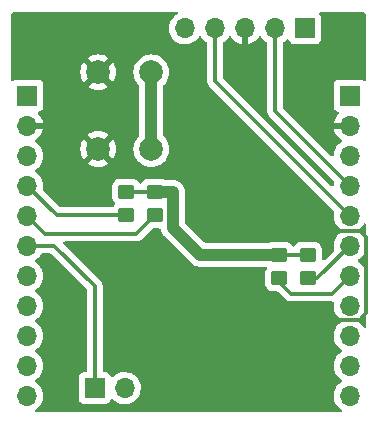
<source format=gbr>
%TF.GenerationSoftware,KiCad,Pcbnew,(6.0.0)*%
%TF.CreationDate,2022-04-08T13:22:09+02:00*%
%TF.ProjectId,STM32G030F6P6,53544d33-3247-4303-9330-463650362e6b,rev?*%
%TF.SameCoordinates,Original*%
%TF.FileFunction,Copper,L2,Bot*%
%TF.FilePolarity,Positive*%
%FSLAX46Y46*%
G04 Gerber Fmt 4.6, Leading zero omitted, Abs format (unit mm)*
G04 Created by KiCad (PCBNEW (6.0.0)) date 2022-04-08 13:22:09*
%MOMM*%
%LPD*%
G01*
G04 APERTURE LIST*
G04 Aperture macros list*
%AMRoundRect*
0 Rectangle with rounded corners*
0 $1 Rounding radius*
0 $2 $3 $4 $5 $6 $7 $8 $9 X,Y pos of 4 corners*
0 Add a 4 corners polygon primitive as box body*
4,1,4,$2,$3,$4,$5,$6,$7,$8,$9,$2,$3,0*
0 Add four circle primitives for the rounded corners*
1,1,$1+$1,$2,$3*
1,1,$1+$1,$4,$5*
1,1,$1+$1,$6,$7*
1,1,$1+$1,$8,$9*
0 Add four rect primitives between the rounded corners*
20,1,$1+$1,$2,$3,$4,$5,0*
20,1,$1+$1,$4,$5,$6,$7,0*
20,1,$1+$1,$6,$7,$8,$9,0*
20,1,$1+$1,$8,$9,$2,$3,0*%
G04 Aperture macros list end*
%TA.AperFunction,ComponentPad*%
%ADD10R,1.700000X1.700000*%
%TD*%
%TA.AperFunction,ComponentPad*%
%ADD11O,1.700000X1.700000*%
%TD*%
%TA.AperFunction,ComponentPad*%
%ADD12C,2.000000*%
%TD*%
%TA.AperFunction,SMDPad,CuDef*%
%ADD13RoundRect,0.250000X-0.450000X0.350000X-0.450000X-0.350000X0.450000X-0.350000X0.450000X0.350000X0*%
%TD*%
%TA.AperFunction,ViaPad*%
%ADD14C,0.800000*%
%TD*%
%TA.AperFunction,ViaPad*%
%ADD15C,4.000000*%
%TD*%
%TA.AperFunction,Conductor*%
%ADD16C,0.300000*%
%TD*%
%TA.AperFunction,Conductor*%
%ADD17C,1.000000*%
%TD*%
G04 APERTURE END LIST*
D10*
%TO.P,JP1,1,A*%
%TO.N,PC15*%
X119380000Y-118110000D03*
D11*
%TO.P,JP1,2,B*%
%TO.N,Net-(D2-Pad2)*%
X121920000Y-118110000D03*
%TD*%
D12*
%TO.P,SW1,1,1*%
%TO.N,GND*%
X119670000Y-97865000D03*
X119670000Y-91365000D03*
%TO.P,SW1,2,2*%
%TO.N,NRST*%
X124170000Y-97865000D03*
X124170000Y-91365000D03*
%TD*%
D11*
%TO.P,J1,5,Pin_5*%
%TO.N,NRST*%
X127025000Y-87655000D03*
%TO.P,J1,4,Pin_4*%
%TO.N,PA13{slash}SWDIO*%
X129565000Y-87655000D03*
%TO.P,J1,3,Pin_3*%
%TO.N,GND*%
X132105000Y-87655000D03*
%TO.P,J1,2,Pin_2*%
%TO.N,PA14{slash}SWCLK*%
X134645000Y-87655000D03*
D10*
%TO.P,J1,1,Pin_1*%
%TO.N,+3V3*%
X137185000Y-87655000D03*
%TD*%
D13*
%TO.P,R3,1*%
%TO.N,+3V3*%
X135001000Y-106807000D03*
%TO.P,R3,2*%
%TO.N,PA11*%
X135001000Y-108807000D03*
%TD*%
%TO.P,R6,1*%
%TO.N,+3V3*%
X124460000Y-101473000D03*
%TO.P,R6,2*%
%TO.N,PC14*%
X124460000Y-103473000D03*
%TD*%
%TO.P,R4,1*%
%TO.N,+3V3*%
X137414000Y-106807000D03*
%TO.P,R4,2*%
%TO.N,PA12*%
X137414000Y-108807000D03*
%TD*%
D10*
%TO.P,J2,1,Pin_1*%
%TO.N,VDD*%
X113665000Y-93345000D03*
D11*
%TO.P,J2,2,Pin_2*%
%TO.N,GND*%
X113665000Y-95885000D03*
%TO.P,J2,3,Pin_3*%
%TO.N,NRST*%
X113665000Y-98425000D03*
%TO.P,J2,4,Pin_4*%
%TO.N,PB7*%
X113665000Y-100965000D03*
%TO.P,J2,5,Pin_5*%
%TO.N,PC14*%
X113665000Y-103505000D03*
%TO.P,J2,6,Pin_6*%
%TO.N,PC15*%
X113665000Y-106045000D03*
%TO.P,J2,7,Pin_7*%
%TO.N,PA0*%
X113665000Y-108585000D03*
%TO.P,J2,8,Pin_8*%
%TO.N,PA1*%
X113665000Y-111125000D03*
%TO.P,J2,9,Pin_9*%
%TO.N,PA2*%
X113665000Y-113665000D03*
%TO.P,J2,10,Pin_10*%
%TO.N,PA3*%
X113665000Y-116205000D03*
%TO.P,J2,11,Pin_11*%
%TO.N,PA4*%
X113665000Y-118745000D03*
%TD*%
D13*
%TO.P,R5,1*%
%TO.N,+3V3*%
X122047000Y-101473000D03*
%TO.P,R5,2*%
%TO.N,PB7*%
X122047000Y-103473000D03*
%TD*%
D10*
%TO.P,J3,1,Pin_1*%
%TO.N,VIN*%
X140970000Y-93345000D03*
D11*
%TO.P,J3,2,Pin_2*%
%TO.N,GND*%
X140970000Y-95885000D03*
%TO.P,J3,3,Pin_3*%
%TO.N,PB3*%
X140970000Y-98425000D03*
%TO.P,J3,4,Pin_4*%
%TO.N,PA14{slash}SWCLK*%
X140970000Y-100965000D03*
%TO.P,J3,5,Pin_5*%
%TO.N,PA13{slash}SWDIO*%
X140970000Y-103505000D03*
%TO.P,J3,6,Pin_6*%
%TO.N,PA12*%
X140970000Y-106045000D03*
%TO.P,J3,7,Pin_7*%
%TO.N,PA11*%
X140970000Y-108585000D03*
%TO.P,J3,8,Pin_8*%
%TO.N,PB0*%
X140970000Y-111125000D03*
%TO.P,J3,9,Pin_9*%
%TO.N,PA7*%
X140970000Y-113665000D03*
%TO.P,J3,10,Pin_10*%
%TO.N,PA6*%
X140970000Y-116205000D03*
%TO.P,J3,11,Pin_11*%
%TO.N,PA5*%
X140970000Y-118745000D03*
%TD*%
D14*
%TO.N,GND*%
X138232511Y-112324511D03*
X138938000Y-104267000D03*
D15*
X135128000Y-117856000D03*
X115443000Y-88773000D03*
D14*
X124206000Y-115316000D03*
X136271000Y-100965000D03*
X127783500Y-92307500D03*
%TO.N,+3V3*%
X125984000Y-101473000D03*
%TD*%
D16*
%TO.N,GND*%
X141802489Y-112324511D02*
X138232511Y-112324511D01*
X142367000Y-106807000D02*
X142367000Y-111760000D01*
X142367000Y-111760000D02*
X141802489Y-112324511D01*
X142367000Y-105283000D02*
X142367000Y-106807000D01*
X141859000Y-104775000D02*
X142367000Y-105283000D01*
X139446000Y-104775000D02*
X141859000Y-104775000D01*
X138938000Y-104267000D02*
X139446000Y-104775000D01*
D17*
%TO.N,NRST*%
X124170000Y-91365000D02*
X124170000Y-97865000D01*
%TO.N,+3V3*%
X128270000Y-106807000D02*
X135001000Y-106807000D01*
D16*
X137414000Y-106807000D02*
X135001000Y-106807000D01*
D17*
X124460000Y-101473000D02*
X125984000Y-101473000D01*
D16*
X122047000Y-101473000D02*
X124460000Y-101473000D01*
D17*
X125984000Y-104521000D02*
X128270000Y-106807000D01*
X125984000Y-101473000D02*
X125984000Y-104521000D01*
D16*
%TO.N,PA14{slash}SWCLK*%
X134645000Y-87655000D02*
X134645000Y-94640000D01*
X134645000Y-94640000D02*
X140970000Y-100965000D01*
%TO.N,PA13{slash}SWDIO*%
X129565000Y-87655000D02*
X129565000Y-92100000D01*
X129565000Y-92100000D02*
X140970000Y-103505000D01*
%TO.N,PB7*%
X122047000Y-103473000D02*
X116173000Y-103473000D01*
X116173000Y-103473000D02*
X113665000Y-100965000D01*
%TO.N,PC14*%
X115189000Y-105029000D02*
X122904000Y-105029000D01*
X113665000Y-103505000D02*
X115189000Y-105029000D01*
X122904000Y-105029000D02*
X124460000Y-103473000D01*
%TO.N,PC15*%
X119380000Y-118110000D02*
X119380000Y-109474000D01*
X119380000Y-109474000D02*
X115951000Y-106045000D01*
X115951000Y-106045000D02*
X113665000Y-106045000D01*
%TO.N,PA12*%
X138208000Y-108807000D02*
X140970000Y-106045000D01*
X137414000Y-108807000D02*
X138208000Y-108807000D01*
%TO.N,PA11*%
X136017000Y-110109000D02*
X139446000Y-110109000D01*
X135001000Y-108807000D02*
X135001000Y-109093000D01*
X139446000Y-110109000D02*
X140970000Y-108585000D01*
X135001000Y-109093000D02*
X136017000Y-110109000D01*
%TD*%
%TA.AperFunction,Conductor*%
%TO.N,GND*%
G36*
X124929560Y-104601502D02*
G01*
X124976053Y-104655158D01*
X124986960Y-104696520D01*
X124987376Y-104701281D01*
X124987377Y-104701286D01*
X124987913Y-104707413D01*
X124989400Y-104712532D01*
X124989920Y-104717833D01*
X125016791Y-104806834D01*
X125017126Y-104807967D01*
X125039515Y-104885027D01*
X125043091Y-104897336D01*
X125045544Y-104902068D01*
X125047084Y-104907169D01*
X125049978Y-104912612D01*
X125090731Y-104989260D01*
X125091343Y-104990426D01*
X125121214Y-105048051D01*
X125134108Y-105072926D01*
X125137431Y-105077089D01*
X125139934Y-105081796D01*
X125198755Y-105153918D01*
X125199446Y-105154774D01*
X125230738Y-105193973D01*
X125233242Y-105196477D01*
X125233884Y-105197195D01*
X125237585Y-105201528D01*
X125264935Y-105235062D01*
X125269682Y-105238989D01*
X125269684Y-105238991D01*
X125300262Y-105264287D01*
X125309042Y-105272277D01*
X127513145Y-107476379D01*
X127522247Y-107486522D01*
X127545968Y-107516025D01*
X127550696Y-107519992D01*
X127584421Y-107548291D01*
X127588069Y-107551472D01*
X127589881Y-107553115D01*
X127592075Y-107555309D01*
X127625349Y-107582642D01*
X127626147Y-107583304D01*
X127697474Y-107643154D01*
X127702144Y-107645722D01*
X127706261Y-107649103D01*
X127764145Y-107680140D01*
X127788086Y-107692977D01*
X127789245Y-107693606D01*
X127865381Y-107735462D01*
X127865389Y-107735465D01*
X127870787Y-107738433D01*
X127875869Y-107740045D01*
X127880563Y-107742562D01*
X127969531Y-107769762D01*
X127970559Y-107770082D01*
X128059306Y-107798235D01*
X128064602Y-107798829D01*
X128069698Y-107800387D01*
X128162257Y-107809790D01*
X128163393Y-107809911D01*
X128197008Y-107813681D01*
X128209730Y-107815108D01*
X128209734Y-107815108D01*
X128213227Y-107815500D01*
X128216754Y-107815500D01*
X128217739Y-107815555D01*
X128223419Y-107816002D01*
X128252825Y-107818989D01*
X128260337Y-107819752D01*
X128260339Y-107819752D01*
X128266462Y-107820374D01*
X128312108Y-107816059D01*
X128323967Y-107815500D01*
X133829691Y-107815500D01*
X133897812Y-107835502D01*
X133944305Y-107889158D01*
X133954409Y-107959432D01*
X133936951Y-108007616D01*
X133872492Y-108112188D01*
X133858885Y-108134262D01*
X133803203Y-108302139D01*
X133802503Y-108308975D01*
X133802502Y-108308978D01*
X133800392Y-108329570D01*
X133792500Y-108406600D01*
X133792500Y-109207400D01*
X133792837Y-109210646D01*
X133792837Y-109210650D01*
X133802271Y-109301567D01*
X133803474Y-109313166D01*
X133805655Y-109319702D01*
X133805655Y-109319704D01*
X133822492Y-109370169D01*
X133859450Y-109480946D01*
X133952522Y-109631348D01*
X134077697Y-109756305D01*
X134083927Y-109760145D01*
X134083928Y-109760146D01*
X134171844Y-109814338D01*
X134228262Y-109849115D01*
X134286275Y-109868357D01*
X134389611Y-109902632D01*
X134389613Y-109902632D01*
X134396139Y-109904797D01*
X134402975Y-109905497D01*
X134402978Y-109905498D01*
X134446031Y-109909909D01*
X134500600Y-109915500D01*
X134840050Y-109915500D01*
X134908171Y-109935502D01*
X134929145Y-109952405D01*
X135493345Y-110516605D01*
X135501335Y-110525385D01*
X135505584Y-110532080D01*
X135511362Y-110537506D01*
X135511363Y-110537507D01*
X135557257Y-110580604D01*
X135560099Y-110583359D01*
X135580667Y-110603927D01*
X135584170Y-110606644D01*
X135593195Y-110614352D01*
X135626867Y-110645972D01*
X135633818Y-110649793D01*
X135633819Y-110649794D01*
X135645658Y-110656303D01*
X135662182Y-110667157D01*
X135672271Y-110674982D01*
X135679132Y-110680304D01*
X135686404Y-110683451D01*
X135686406Y-110683452D01*
X135721535Y-110698654D01*
X135732196Y-110703876D01*
X135772663Y-110726124D01*
X135793441Y-110731459D01*
X135812131Y-110737858D01*
X135831824Y-110746380D01*
X135866563Y-110751882D01*
X135877448Y-110753606D01*
X135889071Y-110756013D01*
X135917072Y-110763202D01*
X135933812Y-110767500D01*
X135955259Y-110767500D01*
X135974969Y-110769051D01*
X135996152Y-110772406D01*
X136042141Y-110768059D01*
X136053996Y-110767500D01*
X139363944Y-110767500D01*
X139375800Y-110768059D01*
X139375803Y-110768059D01*
X139383537Y-110769788D01*
X139454369Y-110767562D01*
X139458327Y-110767500D01*
X139487432Y-110767500D01*
X139491361Y-110767004D01*
X139493895Y-110766844D01*
X139563138Y-110782527D01*
X139612909Y-110833156D01*
X139627097Y-110905984D01*
X139626933Y-110907522D01*
X139607251Y-111091695D01*
X139607548Y-111096848D01*
X139607548Y-111096851D01*
X139613011Y-111191590D01*
X139620110Y-111314715D01*
X139621247Y-111319761D01*
X139621248Y-111319767D01*
X139641119Y-111407939D01*
X139669222Y-111532639D01*
X139753266Y-111739616D01*
X139791828Y-111802543D01*
X139867291Y-111925688D01*
X139869987Y-111930088D01*
X140016250Y-112098938D01*
X140188126Y-112241632D01*
X140258595Y-112282811D01*
X140261445Y-112284476D01*
X140310169Y-112336114D01*
X140323240Y-112405897D01*
X140296509Y-112471669D01*
X140256055Y-112505027D01*
X140243607Y-112511507D01*
X140239474Y-112514610D01*
X140239471Y-112514612D01*
X140215247Y-112532800D01*
X140064965Y-112645635D01*
X139910629Y-112807138D01*
X139784743Y-112991680D01*
X139690688Y-113194305D01*
X139630989Y-113409570D01*
X139607251Y-113631695D01*
X139607548Y-113636848D01*
X139607548Y-113636851D01*
X139613011Y-113731590D01*
X139620110Y-113854715D01*
X139621247Y-113859761D01*
X139621248Y-113859767D01*
X139641119Y-113947939D01*
X139669222Y-114072639D01*
X139753266Y-114279616D01*
X139791828Y-114342543D01*
X139867291Y-114465688D01*
X139869987Y-114470088D01*
X140016250Y-114638938D01*
X140188126Y-114781632D01*
X140258595Y-114822811D01*
X140261445Y-114824476D01*
X140310169Y-114876114D01*
X140323240Y-114945897D01*
X140296509Y-115011669D01*
X140256055Y-115045027D01*
X140243607Y-115051507D01*
X140239474Y-115054610D01*
X140239471Y-115054612D01*
X140215247Y-115072800D01*
X140064965Y-115185635D01*
X139910629Y-115347138D01*
X139784743Y-115531680D01*
X139690688Y-115734305D01*
X139630989Y-115949570D01*
X139607251Y-116171695D01*
X139607548Y-116176848D01*
X139607548Y-116176851D01*
X139613011Y-116271590D01*
X139620110Y-116394715D01*
X139621247Y-116399761D01*
X139621248Y-116399767D01*
X139641119Y-116487939D01*
X139669222Y-116612639D01*
X139707461Y-116706811D01*
X139751299Y-116814771D01*
X139753266Y-116819616D01*
X139791828Y-116882543D01*
X139867291Y-117005688D01*
X139869987Y-117010088D01*
X140016250Y-117178938D01*
X140188126Y-117321632D01*
X140258595Y-117362811D01*
X140261445Y-117364476D01*
X140310169Y-117416114D01*
X140323240Y-117485897D01*
X140296509Y-117551669D01*
X140256055Y-117585027D01*
X140243607Y-117591507D01*
X140239474Y-117594610D01*
X140239471Y-117594612D01*
X140069100Y-117722530D01*
X140064965Y-117725635D01*
X139910629Y-117887138D01*
X139784743Y-118071680D01*
X139690688Y-118274305D01*
X139630989Y-118489570D01*
X139607251Y-118711695D01*
X139607548Y-118716848D01*
X139607548Y-118716851D01*
X139613011Y-118811590D01*
X139620110Y-118934715D01*
X139621247Y-118939761D01*
X139621248Y-118939767D01*
X139641119Y-119027939D01*
X139669222Y-119152639D01*
X139753266Y-119359616D01*
X139788544Y-119417185D01*
X139867291Y-119545688D01*
X139869987Y-119550088D01*
X140016250Y-119718938D01*
X140188126Y-119861632D01*
X140249744Y-119897639D01*
X140266127Y-119907212D01*
X140314851Y-119958851D01*
X140327922Y-120028634D01*
X140301191Y-120094405D01*
X140243144Y-120135284D01*
X140202557Y-120142000D01*
X114439632Y-120142000D01*
X114371511Y-120121998D01*
X114325018Y-120068342D01*
X114314914Y-119998068D01*
X114344408Y-119933488D01*
X114366464Y-119913421D01*
X114420418Y-119874936D01*
X114544860Y-119786173D01*
X114558473Y-119772608D01*
X114699435Y-119632137D01*
X114703096Y-119628489D01*
X114762594Y-119545689D01*
X114830435Y-119451277D01*
X114833453Y-119447077D01*
X114845579Y-119422543D01*
X114930136Y-119251453D01*
X114930137Y-119251451D01*
X114932430Y-119246811D01*
X114983102Y-119080032D01*
X114995865Y-119038023D01*
X114995865Y-119038021D01*
X114997370Y-119033069D01*
X115026529Y-118811590D01*
X115026611Y-118808240D01*
X115028074Y-118748365D01*
X115028074Y-118748361D01*
X115028156Y-118745000D01*
X115009852Y-118522361D01*
X114955431Y-118305702D01*
X114866354Y-118100840D01*
X114745014Y-117913277D01*
X114594670Y-117748051D01*
X114590619Y-117744852D01*
X114590615Y-117744848D01*
X114423414Y-117612800D01*
X114423410Y-117612798D01*
X114419359Y-117609598D01*
X114378053Y-117586796D01*
X114328084Y-117536364D01*
X114313312Y-117466921D01*
X114338428Y-117400516D01*
X114365780Y-117373909D01*
X114409603Y-117342650D01*
X114544860Y-117246173D01*
X114703096Y-117088489D01*
X114762594Y-117005689D01*
X114830435Y-116911277D01*
X114833453Y-116907077D01*
X114838563Y-116896739D01*
X114930136Y-116711453D01*
X114930137Y-116711451D01*
X114932430Y-116706811D01*
X114997370Y-116493069D01*
X115026529Y-116271590D01*
X115028156Y-116205000D01*
X115009852Y-115982361D01*
X114955431Y-115765702D01*
X114866354Y-115560840D01*
X114745014Y-115373277D01*
X114594670Y-115208051D01*
X114590619Y-115204852D01*
X114590615Y-115204848D01*
X114423414Y-115072800D01*
X114423410Y-115072798D01*
X114419359Y-115069598D01*
X114378053Y-115046796D01*
X114328084Y-114996364D01*
X114313312Y-114926921D01*
X114338428Y-114860516D01*
X114365780Y-114833909D01*
X114409603Y-114802650D01*
X114544860Y-114706173D01*
X114703096Y-114548489D01*
X114762594Y-114465689D01*
X114830435Y-114371277D01*
X114833453Y-114367077D01*
X114845579Y-114342543D01*
X114930136Y-114171453D01*
X114930137Y-114171451D01*
X114932430Y-114166811D01*
X114997370Y-113953069D01*
X115026529Y-113731590D01*
X115028156Y-113665000D01*
X115009852Y-113442361D01*
X114955431Y-113225702D01*
X114866354Y-113020840D01*
X114745014Y-112833277D01*
X114594670Y-112668051D01*
X114590619Y-112664852D01*
X114590615Y-112664848D01*
X114423414Y-112532800D01*
X114423410Y-112532798D01*
X114419359Y-112529598D01*
X114378053Y-112506796D01*
X114328084Y-112456364D01*
X114313312Y-112386921D01*
X114338428Y-112320516D01*
X114365780Y-112293909D01*
X114409603Y-112262650D01*
X114544860Y-112166173D01*
X114703096Y-112008489D01*
X114762594Y-111925689D01*
X114830435Y-111831277D01*
X114833453Y-111827077D01*
X114845579Y-111802543D01*
X114930136Y-111631453D01*
X114930137Y-111631451D01*
X114932430Y-111626811D01*
X114997370Y-111413069D01*
X115026529Y-111191590D01*
X115028156Y-111125000D01*
X115009852Y-110902361D01*
X114955431Y-110685702D01*
X114866354Y-110480840D01*
X114745014Y-110293277D01*
X114594670Y-110128051D01*
X114590619Y-110124852D01*
X114590615Y-110124848D01*
X114423414Y-109992800D01*
X114423410Y-109992798D01*
X114419359Y-109989598D01*
X114378053Y-109966796D01*
X114328084Y-109916364D01*
X114313312Y-109846921D01*
X114338428Y-109780516D01*
X114365780Y-109753909D01*
X114427543Y-109709854D01*
X114544860Y-109626173D01*
X114703096Y-109468489D01*
X114706568Y-109463658D01*
X114830435Y-109291277D01*
X114833453Y-109287077D01*
X114845579Y-109262543D01*
X114930136Y-109091453D01*
X114930137Y-109091451D01*
X114932430Y-109086811D01*
X114997370Y-108873069D01*
X115026529Y-108651590D01*
X115028156Y-108585000D01*
X115009852Y-108362361D01*
X114955431Y-108145702D01*
X114866354Y-107940840D01*
X114785594Y-107816004D01*
X114747822Y-107757617D01*
X114747820Y-107757614D01*
X114745014Y-107753277D01*
X114594670Y-107588051D01*
X114590619Y-107584852D01*
X114590615Y-107584848D01*
X114423414Y-107452800D01*
X114423410Y-107452798D01*
X114419359Y-107449598D01*
X114378053Y-107426796D01*
X114328084Y-107376364D01*
X114313312Y-107306921D01*
X114338428Y-107240516D01*
X114365780Y-107213909D01*
X114432891Y-107166039D01*
X114544860Y-107086173D01*
X114703096Y-106928489D01*
X114827060Y-106755974D01*
X114883055Y-106712326D01*
X114929383Y-106703500D01*
X115626050Y-106703500D01*
X115694171Y-106723502D01*
X115715145Y-106740405D01*
X118684595Y-109709854D01*
X118718621Y-109772166D01*
X118721500Y-109798949D01*
X118721500Y-116625500D01*
X118701498Y-116693621D01*
X118647842Y-116740114D01*
X118595500Y-116751500D01*
X118481866Y-116751500D01*
X118419684Y-116758255D01*
X118283295Y-116809385D01*
X118166739Y-116896739D01*
X118079385Y-117013295D01*
X118028255Y-117149684D01*
X118021500Y-117211866D01*
X118021500Y-119008134D01*
X118028255Y-119070316D01*
X118079385Y-119206705D01*
X118166739Y-119323261D01*
X118283295Y-119410615D01*
X118419684Y-119461745D01*
X118481866Y-119468500D01*
X120278134Y-119468500D01*
X120340316Y-119461745D01*
X120476705Y-119410615D01*
X120593261Y-119323261D01*
X120680615Y-119206705D01*
X120700309Y-119154171D01*
X120724598Y-119089382D01*
X120767240Y-119032618D01*
X120833802Y-119007918D01*
X120903150Y-119023126D01*
X120937817Y-119051114D01*
X120966250Y-119083938D01*
X121138126Y-119226632D01*
X121331000Y-119339338D01*
X121335825Y-119341180D01*
X121335826Y-119341181D01*
X121408612Y-119368975D01*
X121539692Y-119419030D01*
X121544760Y-119420061D01*
X121544763Y-119420062D01*
X121652017Y-119441883D01*
X121758597Y-119463567D01*
X121763772Y-119463757D01*
X121763774Y-119463757D01*
X121976673Y-119471564D01*
X121976677Y-119471564D01*
X121981837Y-119471753D01*
X121986957Y-119471097D01*
X121986959Y-119471097D01*
X122198288Y-119444025D01*
X122198289Y-119444025D01*
X122203416Y-119443368D01*
X122272829Y-119422543D01*
X122412429Y-119380661D01*
X122412434Y-119380659D01*
X122417384Y-119379174D01*
X122617994Y-119280896D01*
X122799860Y-119151173D01*
X122958096Y-118993489D01*
X123088453Y-118812077D01*
X123121605Y-118745000D01*
X123185136Y-118616453D01*
X123185137Y-118616451D01*
X123187430Y-118611811D01*
X123252370Y-118398069D01*
X123281529Y-118176590D01*
X123283156Y-118110000D01*
X123264852Y-117887361D01*
X123210431Y-117670702D01*
X123121354Y-117465840D01*
X123000014Y-117278277D01*
X122849670Y-117113051D01*
X122845619Y-117109852D01*
X122845615Y-117109848D01*
X122678414Y-116977800D01*
X122678410Y-116977798D01*
X122674359Y-116974598D01*
X122478789Y-116866638D01*
X122473920Y-116864914D01*
X122473916Y-116864912D01*
X122273087Y-116793795D01*
X122273083Y-116793794D01*
X122268212Y-116792069D01*
X122263119Y-116791162D01*
X122263116Y-116791161D01*
X122053373Y-116753800D01*
X122053367Y-116753799D01*
X122048284Y-116752894D01*
X121974452Y-116751992D01*
X121830081Y-116750228D01*
X121830079Y-116750228D01*
X121824911Y-116750165D01*
X121604091Y-116783955D01*
X121391756Y-116853357D01*
X121365051Y-116867259D01*
X121223252Y-116941075D01*
X121193607Y-116956507D01*
X121189474Y-116959610D01*
X121189471Y-116959612D01*
X121023413Y-117084292D01*
X121014965Y-117090635D01*
X120934315Y-117175031D01*
X120934283Y-117175064D01*
X120872759Y-117210494D01*
X120801846Y-117207037D01*
X120744060Y-117165791D01*
X120725207Y-117132243D01*
X120683767Y-117021703D01*
X120680615Y-117013295D01*
X120593261Y-116896739D01*
X120476705Y-116809385D01*
X120340316Y-116758255D01*
X120278134Y-116751500D01*
X120164500Y-116751500D01*
X120096379Y-116731498D01*
X120049886Y-116677842D01*
X120038500Y-116625500D01*
X120038500Y-109556056D01*
X120039059Y-109544200D01*
X120039059Y-109544197D01*
X120040788Y-109536463D01*
X120038562Y-109465631D01*
X120038500Y-109461673D01*
X120038500Y-109432568D01*
X120037944Y-109428168D01*
X120037012Y-109416330D01*
X120035811Y-109378094D01*
X120035562Y-109370169D01*
X120029580Y-109349579D01*
X120025570Y-109330216D01*
X120023875Y-109316796D01*
X120023875Y-109316795D01*
X120022882Y-109308936D01*
X120019966Y-109301571D01*
X120019965Y-109301567D01*
X120005874Y-109265979D01*
X120002035Y-109254769D01*
X119989145Y-109210400D01*
X119978229Y-109191943D01*
X119969534Y-109174193D01*
X119961635Y-109154244D01*
X119934477Y-109116864D01*
X119927960Y-109106943D01*
X119913124Y-109081857D01*
X119904452Y-109067193D01*
X119889291Y-109052032D01*
X119876449Y-109036997D01*
X119863841Y-109019643D01*
X119828241Y-108990192D01*
X119819462Y-108982203D01*
X116739855Y-105902595D01*
X116705829Y-105840283D01*
X116710894Y-105769467D01*
X116753441Y-105712632D01*
X116819961Y-105687821D01*
X116828950Y-105687500D01*
X122821944Y-105687500D01*
X122833800Y-105688059D01*
X122833803Y-105688059D01*
X122841537Y-105689788D01*
X122912369Y-105687562D01*
X122916327Y-105687500D01*
X122945432Y-105687500D01*
X122949832Y-105686944D01*
X122961664Y-105686012D01*
X123007831Y-105684562D01*
X123028421Y-105678580D01*
X123047782Y-105674570D01*
X123054770Y-105673688D01*
X123061204Y-105672875D01*
X123061205Y-105672875D01*
X123069064Y-105671882D01*
X123076429Y-105668966D01*
X123076433Y-105668965D01*
X123112021Y-105654874D01*
X123123231Y-105651035D01*
X123167600Y-105638145D01*
X123186065Y-105627225D01*
X123203805Y-105618534D01*
X123223756Y-105610635D01*
X123261129Y-105583482D01*
X123271048Y-105576967D01*
X123303977Y-105557493D01*
X123303981Y-105557490D01*
X123310807Y-105553453D01*
X123325971Y-105538289D01*
X123341005Y-105525448D01*
X123351943Y-105517501D01*
X123358357Y-105512841D01*
X123387798Y-105477253D01*
X123395787Y-105468473D01*
X123819412Y-105044848D01*
X124245854Y-104618405D01*
X124308167Y-104584380D01*
X124334950Y-104581500D01*
X124861439Y-104581500D01*
X124929560Y-104601502D01*
G37*
%TD.AperFunction*%
%TA.AperFunction,Conductor*%
G36*
X142320581Y-111802543D02*
G01*
X142360762Y-111861075D01*
X142367000Y-111900230D01*
X142367000Y-112896527D01*
X142346998Y-112964648D01*
X142293342Y-113011141D01*
X142223068Y-113021245D01*
X142158488Y-112991751D01*
X142135208Y-112964967D01*
X142052822Y-112837617D01*
X142052820Y-112837614D01*
X142050014Y-112833277D01*
X141899670Y-112668051D01*
X141895619Y-112664852D01*
X141895615Y-112664848D01*
X141728414Y-112532800D01*
X141728410Y-112532798D01*
X141724359Y-112529598D01*
X141683053Y-112506796D01*
X141633084Y-112456364D01*
X141618312Y-112386921D01*
X141643428Y-112320516D01*
X141670780Y-112293909D01*
X141714603Y-112262650D01*
X141849860Y-112166173D01*
X142008096Y-112008489D01*
X142067594Y-111925689D01*
X142138453Y-111827077D01*
X142140431Y-111828498D01*
X142185200Y-111787259D01*
X142255134Y-111775025D01*
X142320581Y-111802543D01*
G37*
%TD.AperFunction*%
%TA.AperFunction,Conductor*%
G36*
X142320581Y-106722543D02*
G01*
X142360762Y-106781075D01*
X142367000Y-106820230D01*
X142367000Y-107816527D01*
X142346998Y-107884648D01*
X142293342Y-107931141D01*
X142223068Y-107941245D01*
X142158488Y-107911751D01*
X142135208Y-107884967D01*
X142052822Y-107757617D01*
X142052820Y-107757614D01*
X142050014Y-107753277D01*
X141899670Y-107588051D01*
X141895619Y-107584852D01*
X141895615Y-107584848D01*
X141728414Y-107452800D01*
X141728410Y-107452798D01*
X141724359Y-107449598D01*
X141683053Y-107426796D01*
X141633084Y-107376364D01*
X141618312Y-107306921D01*
X141643428Y-107240516D01*
X141670780Y-107213909D01*
X141737891Y-107166039D01*
X141849860Y-107086173D01*
X142008096Y-106928489D01*
X142138453Y-106747077D01*
X142140431Y-106748498D01*
X142185200Y-106707259D01*
X142255134Y-106695025D01*
X142320581Y-106722543D01*
G37*
%TD.AperFunction*%
%TA.AperFunction,Conductor*%
G36*
X126367607Y-86253002D02*
G01*
X126414100Y-86306658D01*
X126424204Y-86376932D01*
X126394710Y-86441512D01*
X126357667Y-86470762D01*
X126298607Y-86501507D01*
X126294474Y-86504610D01*
X126294471Y-86504612D01*
X126125692Y-86631335D01*
X126119965Y-86635635D01*
X126094541Y-86662240D01*
X126026280Y-86733671D01*
X125965629Y-86797138D01*
X125839743Y-86981680D01*
X125745688Y-87184305D01*
X125685989Y-87399570D01*
X125662251Y-87621695D01*
X125675110Y-87844715D01*
X125676247Y-87849761D01*
X125676248Y-87849767D01*
X125697275Y-87943069D01*
X125724222Y-88062639D01*
X125808266Y-88269616D01*
X125845685Y-88330678D01*
X125922291Y-88455688D01*
X125924987Y-88460088D01*
X126071250Y-88628938D01*
X126243126Y-88771632D01*
X126436000Y-88884338D01*
X126644692Y-88964030D01*
X126649760Y-88965061D01*
X126649763Y-88965062D01*
X126744862Y-88984410D01*
X126863597Y-89008567D01*
X126868772Y-89008757D01*
X126868774Y-89008757D01*
X127081673Y-89016564D01*
X127081677Y-89016564D01*
X127086837Y-89016753D01*
X127091957Y-89016097D01*
X127091959Y-89016097D01*
X127303288Y-88989025D01*
X127303289Y-88989025D01*
X127308416Y-88988368D01*
X127313366Y-88986883D01*
X127517429Y-88925661D01*
X127517434Y-88925659D01*
X127522384Y-88924174D01*
X127722994Y-88825896D01*
X127904860Y-88696173D01*
X128063096Y-88538489D01*
X128122594Y-88455689D01*
X128193453Y-88357077D01*
X128194776Y-88358028D01*
X128241645Y-88314857D01*
X128311580Y-88302625D01*
X128377026Y-88330144D01*
X128404875Y-88361994D01*
X128464987Y-88460088D01*
X128611250Y-88628938D01*
X128783126Y-88771632D01*
X128787583Y-88774236D01*
X128787588Y-88774240D01*
X128844070Y-88807245D01*
X128892794Y-88858883D01*
X128906500Y-88916033D01*
X128906500Y-92017944D01*
X128905941Y-92029800D01*
X128904212Y-92037537D01*
X128904665Y-92051963D01*
X128906438Y-92108369D01*
X128906500Y-92112327D01*
X128906500Y-92141432D01*
X128907056Y-92145832D01*
X128907988Y-92157664D01*
X128909438Y-92203831D01*
X128915137Y-92223445D01*
X128915419Y-92224416D01*
X128919430Y-92243782D01*
X128922118Y-92265064D01*
X128925034Y-92272429D01*
X128925035Y-92272433D01*
X128939126Y-92308021D01*
X128942965Y-92319231D01*
X128955855Y-92363600D01*
X128966775Y-92382065D01*
X128975466Y-92399805D01*
X128983365Y-92419756D01*
X129005154Y-92449746D01*
X129010516Y-92457126D01*
X129017033Y-92467048D01*
X129036507Y-92499977D01*
X129036510Y-92499981D01*
X129040547Y-92506807D01*
X129055711Y-92521971D01*
X129068551Y-92537004D01*
X129081159Y-92554357D01*
X129116752Y-92583802D01*
X129125532Y-92591792D01*
X139612101Y-103078361D01*
X139646127Y-103140673D01*
X139644424Y-103201125D01*
X139630989Y-103249570D01*
X139607251Y-103471695D01*
X139607548Y-103476848D01*
X139607548Y-103476851D01*
X139613011Y-103571590D01*
X139620110Y-103694715D01*
X139621247Y-103699761D01*
X139621248Y-103699767D01*
X139641119Y-103787939D01*
X139669222Y-103912639D01*
X139725435Y-104051076D01*
X139749516Y-104110380D01*
X139753266Y-104119616D01*
X139791828Y-104182543D01*
X139867291Y-104305688D01*
X139869987Y-104310088D01*
X140016250Y-104478938D01*
X140139787Y-104581500D01*
X140179130Y-104614163D01*
X140188126Y-104621632D01*
X140245499Y-104655158D01*
X140261445Y-104664476D01*
X140310169Y-104716114D01*
X140323240Y-104785897D01*
X140296509Y-104851669D01*
X140256055Y-104885027D01*
X140243607Y-104891507D01*
X140239474Y-104894610D01*
X140239471Y-104894612D01*
X140215247Y-104912800D01*
X140064965Y-105025635D01*
X139910629Y-105187138D01*
X139907715Y-105191410D01*
X139907714Y-105191411D01*
X139855420Y-105268071D01*
X139784743Y-105371680D01*
X139739813Y-105468473D01*
X139702972Y-105547842D01*
X139690688Y-105574305D01*
X139630989Y-105789570D01*
X139607251Y-106011695D01*
X139607548Y-106016848D01*
X139607548Y-106016851D01*
X139613011Y-106111590D01*
X139620110Y-106234715D01*
X139642276Y-106333069D01*
X139646951Y-106353815D01*
X139642415Y-106424666D01*
X139613129Y-106470611D01*
X138837595Y-107246145D01*
X138775283Y-107280171D01*
X138704468Y-107275106D01*
X138647632Y-107232559D01*
X138622821Y-107166039D01*
X138622500Y-107157050D01*
X138622500Y-106406600D01*
X138611526Y-106300834D01*
X138555550Y-106133054D01*
X138462478Y-105982652D01*
X138337303Y-105857695D01*
X138279981Y-105822361D01*
X138192968Y-105768725D01*
X138192966Y-105768724D01*
X138186738Y-105764885D01*
X138106995Y-105738436D01*
X138025389Y-105711368D01*
X138025387Y-105711368D01*
X138018861Y-105709203D01*
X138012025Y-105708503D01*
X138012022Y-105708502D01*
X137968969Y-105704091D01*
X137914400Y-105698500D01*
X136913600Y-105698500D01*
X136910354Y-105698837D01*
X136910350Y-105698837D01*
X136814692Y-105708762D01*
X136814688Y-105708763D01*
X136807834Y-105709474D01*
X136801298Y-105711655D01*
X136801296Y-105711655D01*
X136798368Y-105712632D01*
X136640054Y-105765450D01*
X136489652Y-105858522D01*
X136364695Y-105983697D01*
X136360853Y-105989929D01*
X136360852Y-105989931D01*
X136314766Y-106064695D01*
X136261994Y-106112188D01*
X136191922Y-106123610D01*
X136126799Y-106095336D01*
X136100363Y-106064881D01*
X136053332Y-105988880D01*
X136049478Y-105982652D01*
X135924303Y-105857695D01*
X135866981Y-105822361D01*
X135779968Y-105768725D01*
X135779966Y-105768724D01*
X135773738Y-105764885D01*
X135693995Y-105738436D01*
X135612389Y-105711368D01*
X135612387Y-105711368D01*
X135605861Y-105709203D01*
X135599025Y-105708503D01*
X135599022Y-105708502D01*
X135555969Y-105704091D01*
X135501400Y-105698500D01*
X134500600Y-105698500D01*
X134497354Y-105698837D01*
X134497350Y-105698837D01*
X134401692Y-105708762D01*
X134401688Y-105708763D01*
X134394834Y-105709474D01*
X134388298Y-105711655D01*
X134388296Y-105711655D01*
X134385368Y-105712632D01*
X134227054Y-105765450D01*
X134220826Y-105769304D01*
X134220824Y-105769305D01*
X134204117Y-105779644D01*
X134137814Y-105798500D01*
X128739925Y-105798500D01*
X128671804Y-105778498D01*
X128650830Y-105761595D01*
X127029405Y-104140171D01*
X126995380Y-104077859D01*
X126992500Y-104051076D01*
X126992500Y-101532873D01*
X126993190Y-101519703D01*
X126996711Y-101486204D01*
X126996711Y-101486202D01*
X126997355Y-101480075D01*
X126992782Y-101429827D01*
X126992500Y-101425793D01*
X126992500Y-101423231D01*
X126988105Y-101378404D01*
X126988023Y-101377529D01*
X126979988Y-101289245D01*
X126979430Y-101283112D01*
X126978427Y-101279703D01*
X126978080Y-101276167D01*
X126950639Y-101185279D01*
X126950414Y-101184525D01*
X126925329Y-101099291D01*
X126923590Y-101093381D01*
X126921942Y-101090228D01*
X126920916Y-101086831D01*
X126913350Y-101072600D01*
X126905062Y-101057013D01*
X126876289Y-101002899D01*
X126875922Y-101002201D01*
X126873544Y-100997651D01*
X126831960Y-100918110D01*
X126829735Y-100915342D01*
X126828066Y-100912204D01*
X126813310Y-100894111D01*
X126768059Y-100838628D01*
X126767506Y-100837944D01*
X126711898Y-100768782D01*
X126711892Y-100768776D01*
X126708032Y-100763975D01*
X126705311Y-100761692D01*
X126703065Y-100758938D01*
X126689266Y-100747522D01*
X126637380Y-100704599D01*
X126629864Y-100698381D01*
X126629329Y-100697935D01*
X126585464Y-100661128D01*
X126561247Y-100640807D01*
X126561244Y-100640805D01*
X126556526Y-100636846D01*
X126553411Y-100635134D01*
X126550675Y-100632870D01*
X126467101Y-100587682D01*
X126466363Y-100587279D01*
X126388612Y-100544535D01*
X126388611Y-100544535D01*
X126383213Y-100541567D01*
X126379830Y-100540494D01*
X126376701Y-100538802D01*
X126285974Y-100510718D01*
X126285158Y-100510462D01*
X126200565Y-100483627D01*
X126200561Y-100483626D01*
X126194694Y-100481765D01*
X126191163Y-100481369D01*
X126187768Y-100480318D01*
X126093293Y-100470389D01*
X126092579Y-100470311D01*
X126040773Y-100464500D01*
X126038200Y-100464500D01*
X126034224Y-100464180D01*
X125997204Y-100460289D01*
X125997202Y-100460289D01*
X125991075Y-100459645D01*
X125943430Y-100463981D01*
X125932010Y-100464500D01*
X125322985Y-100464500D01*
X125256868Y-100445759D01*
X125238970Y-100434726D01*
X125238967Y-100434724D01*
X125232738Y-100430885D01*
X125072254Y-100377655D01*
X125071389Y-100377368D01*
X125071387Y-100377368D01*
X125064861Y-100375203D01*
X125058025Y-100374503D01*
X125058022Y-100374502D01*
X125014969Y-100370091D01*
X124960400Y-100364500D01*
X123959600Y-100364500D01*
X123956354Y-100364837D01*
X123956350Y-100364837D01*
X123860692Y-100374762D01*
X123860688Y-100374763D01*
X123853834Y-100375474D01*
X123847298Y-100377655D01*
X123847296Y-100377655D01*
X123715194Y-100421728D01*
X123686054Y-100431450D01*
X123535652Y-100524522D01*
X123530479Y-100529704D01*
X123518637Y-100541567D01*
X123410695Y-100649697D01*
X123406854Y-100655928D01*
X123406852Y-100655931D01*
X123360766Y-100730695D01*
X123307994Y-100778188D01*
X123237922Y-100789610D01*
X123172799Y-100761336D01*
X123146363Y-100730881D01*
X123126289Y-100698441D01*
X123095478Y-100648652D01*
X122970303Y-100523695D01*
X122905301Y-100483627D01*
X122825968Y-100434725D01*
X122825966Y-100434724D01*
X122819738Y-100430885D01*
X122659254Y-100377655D01*
X122658389Y-100377368D01*
X122658387Y-100377368D01*
X122651861Y-100375203D01*
X122645025Y-100374503D01*
X122645022Y-100374502D01*
X122601969Y-100370091D01*
X122547400Y-100364500D01*
X121546600Y-100364500D01*
X121543354Y-100364837D01*
X121543350Y-100364837D01*
X121447692Y-100374762D01*
X121447688Y-100374763D01*
X121440834Y-100375474D01*
X121434298Y-100377655D01*
X121434296Y-100377655D01*
X121302194Y-100421728D01*
X121273054Y-100431450D01*
X121122652Y-100524522D01*
X121117479Y-100529704D01*
X121105637Y-100541567D01*
X120997695Y-100649697D01*
X120993855Y-100655927D01*
X120993854Y-100655928D01*
X120918492Y-100778188D01*
X120904885Y-100800262D01*
X120892387Y-100837944D01*
X120864309Y-100922597D01*
X120849203Y-100968139D01*
X120848503Y-100974975D01*
X120848502Y-100974978D01*
X120846179Y-100997651D01*
X120838500Y-101072600D01*
X120838500Y-101873400D01*
X120838837Y-101876646D01*
X120838837Y-101876650D01*
X120845643Y-101942240D01*
X120849474Y-101979166D01*
X120851655Y-101985702D01*
X120851655Y-101985704D01*
X120858484Y-102006173D01*
X120905450Y-102146946D01*
X120998522Y-102297348D01*
X121052776Y-102351507D01*
X121085109Y-102383784D01*
X121119188Y-102446066D01*
X121114185Y-102516886D01*
X121085264Y-102561975D01*
X121009940Y-102637431D01*
X120997695Y-102649697D01*
X120945864Y-102733783D01*
X120933022Y-102754616D01*
X120880250Y-102802109D01*
X120825762Y-102814500D01*
X116497950Y-102814500D01*
X116429829Y-102794498D01*
X116408855Y-102777595D01*
X115024457Y-101393197D01*
X114990431Y-101330885D01*
X114992994Y-101267473D01*
X114997370Y-101253069D01*
X115026529Y-101031590D01*
X115028156Y-100965000D01*
X115009852Y-100742361D01*
X114955431Y-100525702D01*
X114866354Y-100320840D01*
X114745014Y-100133277D01*
X114594670Y-99968051D01*
X114590619Y-99964852D01*
X114590615Y-99964848D01*
X114423414Y-99832800D01*
X114423410Y-99832798D01*
X114419359Y-99829598D01*
X114378053Y-99806796D01*
X114328084Y-99756364D01*
X114313312Y-99686921D01*
X114338428Y-99620516D01*
X114365780Y-99593909D01*
X114409603Y-99562650D01*
X114544860Y-99466173D01*
X114703096Y-99308489D01*
X114833453Y-99127077D01*
X114845579Y-99102543D01*
X114847987Y-99097670D01*
X118802160Y-99097670D01*
X118807887Y-99105320D01*
X118979042Y-99210205D01*
X118987837Y-99214687D01*
X119197988Y-99301734D01*
X119207373Y-99304783D01*
X119428554Y-99357885D01*
X119438301Y-99359428D01*
X119665070Y-99377275D01*
X119674930Y-99377275D01*
X119901699Y-99359428D01*
X119911446Y-99357885D01*
X120132627Y-99304783D01*
X120142012Y-99301734D01*
X120352163Y-99214687D01*
X120360958Y-99210205D01*
X120528445Y-99107568D01*
X120537907Y-99097110D01*
X120534124Y-99088334D01*
X119682812Y-98237022D01*
X119668868Y-98229408D01*
X119667035Y-98229539D01*
X119660420Y-98233790D01*
X118808920Y-99085290D01*
X118802160Y-99097670D01*
X114847987Y-99097670D01*
X114930136Y-98931453D01*
X114930137Y-98931451D01*
X114932430Y-98926811D01*
X114997370Y-98713069D01*
X115026529Y-98491590D01*
X115028156Y-98425000D01*
X115009852Y-98202361D01*
X114955431Y-97985702D01*
X114905092Y-97869930D01*
X118157725Y-97869930D01*
X118175572Y-98096699D01*
X118177115Y-98106446D01*
X118230217Y-98327627D01*
X118233266Y-98337012D01*
X118320313Y-98547163D01*
X118324795Y-98555958D01*
X118427432Y-98723445D01*
X118437890Y-98732907D01*
X118446666Y-98729124D01*
X119297978Y-97877812D01*
X119304356Y-97866132D01*
X120034408Y-97866132D01*
X120034539Y-97867965D01*
X120038790Y-97874580D01*
X120890290Y-98726080D01*
X120902670Y-98732840D01*
X120910320Y-98727113D01*
X121015205Y-98555958D01*
X121019687Y-98547163D01*
X121106734Y-98337012D01*
X121109783Y-98327627D01*
X121162885Y-98106446D01*
X121164428Y-98096699D01*
X121182275Y-97869930D01*
X121182275Y-97865000D01*
X122656835Y-97865000D01*
X122675465Y-98101711D01*
X122676619Y-98106518D01*
X122676620Y-98106524D01*
X122698424Y-98197342D01*
X122730895Y-98332594D01*
X122732788Y-98337165D01*
X122732789Y-98337167D01*
X122819772Y-98547163D01*
X122821760Y-98551963D01*
X122824346Y-98556183D01*
X122943241Y-98750202D01*
X122943245Y-98750208D01*
X122945824Y-98754416D01*
X123100031Y-98934969D01*
X123280584Y-99089176D01*
X123284792Y-99091755D01*
X123284798Y-99091759D01*
X123461807Y-99200230D01*
X123483037Y-99213240D01*
X123487607Y-99215133D01*
X123487611Y-99215135D01*
X123697833Y-99302211D01*
X123702406Y-99304105D01*
X123735862Y-99312137D01*
X123928476Y-99358380D01*
X123928482Y-99358381D01*
X123933289Y-99359535D01*
X124170000Y-99378165D01*
X124406711Y-99359535D01*
X124411518Y-99358381D01*
X124411524Y-99358380D01*
X124604138Y-99312137D01*
X124637594Y-99304105D01*
X124642167Y-99302211D01*
X124852389Y-99215135D01*
X124852393Y-99215133D01*
X124856963Y-99213240D01*
X124878193Y-99200230D01*
X125055202Y-99091759D01*
X125055208Y-99091755D01*
X125059416Y-99089176D01*
X125239969Y-98934969D01*
X125394176Y-98754416D01*
X125396755Y-98750208D01*
X125396759Y-98750202D01*
X125515654Y-98556183D01*
X125518240Y-98551963D01*
X125520229Y-98547163D01*
X125607211Y-98337167D01*
X125607212Y-98337165D01*
X125609105Y-98332594D01*
X125641576Y-98197342D01*
X125663380Y-98106524D01*
X125663381Y-98106518D01*
X125664535Y-98101711D01*
X125683165Y-97865000D01*
X125664535Y-97628289D01*
X125657172Y-97597617D01*
X125611978Y-97409373D01*
X125609105Y-97397406D01*
X125564450Y-97289598D01*
X125520135Y-97182611D01*
X125520133Y-97182607D01*
X125518240Y-97178037D01*
X125474751Y-97107069D01*
X125396759Y-96979798D01*
X125396755Y-96979792D01*
X125394176Y-96975584D01*
X125239969Y-96795031D01*
X125222668Y-96780254D01*
X125183860Y-96720803D01*
X125178500Y-96684444D01*
X125178500Y-92545556D01*
X125198502Y-92477435D01*
X125222668Y-92449746D01*
X125236212Y-92438178D01*
X125236213Y-92438177D01*
X125239969Y-92434969D01*
X125394176Y-92254416D01*
X125396755Y-92250208D01*
X125396759Y-92250202D01*
X125483674Y-92108369D01*
X125518240Y-92051963D01*
X125520229Y-92047163D01*
X125607211Y-91837167D01*
X125607212Y-91837165D01*
X125609105Y-91832594D01*
X125664535Y-91601711D01*
X125683165Y-91365000D01*
X125664535Y-91128289D01*
X125609105Y-90897406D01*
X125607211Y-90892833D01*
X125520135Y-90682611D01*
X125520133Y-90682607D01*
X125518240Y-90678037D01*
X125515654Y-90673817D01*
X125396759Y-90479798D01*
X125396755Y-90479792D01*
X125394176Y-90475584D01*
X125239969Y-90295031D01*
X125059416Y-90140824D01*
X125055208Y-90138245D01*
X125055202Y-90138241D01*
X124861183Y-90019346D01*
X124856963Y-90016760D01*
X124852393Y-90014867D01*
X124852389Y-90014865D01*
X124642167Y-89927789D01*
X124642165Y-89927788D01*
X124637594Y-89925895D01*
X124557391Y-89906640D01*
X124411524Y-89871620D01*
X124411518Y-89871619D01*
X124406711Y-89870465D01*
X124170000Y-89851835D01*
X123933289Y-89870465D01*
X123928482Y-89871619D01*
X123928476Y-89871620D01*
X123782609Y-89906640D01*
X123702406Y-89925895D01*
X123697835Y-89927788D01*
X123697833Y-89927789D01*
X123487611Y-90014865D01*
X123487607Y-90014867D01*
X123483037Y-90016760D01*
X123478817Y-90019346D01*
X123284798Y-90138241D01*
X123284792Y-90138245D01*
X123280584Y-90140824D01*
X123100031Y-90295031D01*
X122945824Y-90475584D01*
X122943245Y-90479792D01*
X122943241Y-90479798D01*
X122824346Y-90673817D01*
X122821760Y-90678037D01*
X122819867Y-90682607D01*
X122819865Y-90682611D01*
X122732789Y-90892833D01*
X122730895Y-90897406D01*
X122675465Y-91128289D01*
X122656835Y-91365000D01*
X122675465Y-91601711D01*
X122730895Y-91832594D01*
X122732788Y-91837165D01*
X122732789Y-91837167D01*
X122819772Y-92047163D01*
X122821760Y-92051963D01*
X122856326Y-92108369D01*
X122943241Y-92250202D01*
X122943245Y-92250208D01*
X122945824Y-92254416D01*
X123100031Y-92434969D01*
X123103787Y-92438177D01*
X123103788Y-92438178D01*
X123117332Y-92449746D01*
X123156140Y-92509197D01*
X123161500Y-92545556D01*
X123161500Y-96684444D01*
X123141498Y-96752565D01*
X123117332Y-96780254D01*
X123100031Y-96795031D01*
X122945824Y-96975584D01*
X122943245Y-96979792D01*
X122943241Y-96979798D01*
X122865249Y-97107069D01*
X122821760Y-97178037D01*
X122819867Y-97182607D01*
X122819865Y-97182611D01*
X122775550Y-97289598D01*
X122730895Y-97397406D01*
X122728022Y-97409373D01*
X122682829Y-97597617D01*
X122675465Y-97628289D01*
X122656835Y-97865000D01*
X121182275Y-97865000D01*
X121182275Y-97860070D01*
X121164428Y-97633301D01*
X121162885Y-97623554D01*
X121109783Y-97402373D01*
X121106734Y-97392988D01*
X121019687Y-97182837D01*
X121015205Y-97174042D01*
X120912568Y-97006555D01*
X120902110Y-96997093D01*
X120893334Y-97000876D01*
X120042022Y-97852188D01*
X120034408Y-97866132D01*
X119304356Y-97866132D01*
X119305592Y-97863868D01*
X119305461Y-97862035D01*
X119301210Y-97855420D01*
X118449710Y-97003920D01*
X118437330Y-96997160D01*
X118429680Y-97002887D01*
X118324795Y-97174042D01*
X118320313Y-97182837D01*
X118233266Y-97392988D01*
X118230217Y-97402373D01*
X118177115Y-97623554D01*
X118175572Y-97633301D01*
X118157725Y-97860070D01*
X118157725Y-97869930D01*
X114905092Y-97869930D01*
X114866354Y-97780840D01*
X114770856Y-97633223D01*
X114747822Y-97597617D01*
X114747820Y-97597614D01*
X114745014Y-97593277D01*
X114594670Y-97428051D01*
X114590619Y-97424852D01*
X114590615Y-97424848D01*
X114423414Y-97292800D01*
X114423410Y-97292798D01*
X114419359Y-97289598D01*
X114377569Y-97266529D01*
X114327598Y-97216097D01*
X114312826Y-97146654D01*
X114337942Y-97080248D01*
X114365294Y-97053641D01*
X114540328Y-96928792D01*
X114548200Y-96922139D01*
X114699052Y-96771812D01*
X114705730Y-96763965D01*
X114799916Y-96632890D01*
X118802093Y-96632890D01*
X118805876Y-96641666D01*
X119657188Y-97492978D01*
X119671132Y-97500592D01*
X119672965Y-97500461D01*
X119679580Y-97496210D01*
X120531080Y-96644710D01*
X120537840Y-96632330D01*
X120532113Y-96624680D01*
X120360958Y-96519795D01*
X120352163Y-96515313D01*
X120142012Y-96428266D01*
X120132627Y-96425217D01*
X119911446Y-96372115D01*
X119901699Y-96370572D01*
X119674930Y-96352725D01*
X119665070Y-96352725D01*
X119438301Y-96370572D01*
X119428554Y-96372115D01*
X119207373Y-96425217D01*
X119197988Y-96428266D01*
X118987837Y-96515313D01*
X118979042Y-96519795D01*
X118811555Y-96622432D01*
X118802093Y-96632890D01*
X114799916Y-96632890D01*
X114830003Y-96591020D01*
X114835313Y-96582183D01*
X114929670Y-96391267D01*
X114933469Y-96381672D01*
X114995377Y-96177910D01*
X114997555Y-96167837D01*
X114998986Y-96156962D01*
X114996775Y-96142778D01*
X114983617Y-96139000D01*
X113537000Y-96139000D01*
X113468879Y-96118998D01*
X113422386Y-96065342D01*
X113411000Y-96013000D01*
X113411000Y-95757000D01*
X113431002Y-95688879D01*
X113484658Y-95642386D01*
X113537000Y-95631000D01*
X114983344Y-95631000D01*
X114996875Y-95627027D01*
X114998180Y-95617947D01*
X114956214Y-95450875D01*
X114952894Y-95441124D01*
X114867972Y-95245814D01*
X114863105Y-95236739D01*
X114747426Y-95057926D01*
X114741136Y-95049757D01*
X114597293Y-94891677D01*
X114566241Y-94827831D01*
X114574635Y-94757333D01*
X114619812Y-94702564D01*
X114646256Y-94688895D01*
X114753297Y-94648767D01*
X114761705Y-94645615D01*
X114878261Y-94558261D01*
X114965615Y-94441705D01*
X115016745Y-94305316D01*
X115023500Y-94243134D01*
X115023500Y-92597670D01*
X118802160Y-92597670D01*
X118807887Y-92605320D01*
X118979042Y-92710205D01*
X118987837Y-92714687D01*
X119197988Y-92801734D01*
X119207373Y-92804783D01*
X119428554Y-92857885D01*
X119438301Y-92859428D01*
X119665070Y-92877275D01*
X119674930Y-92877275D01*
X119901699Y-92859428D01*
X119911446Y-92857885D01*
X120132627Y-92804783D01*
X120142012Y-92801734D01*
X120352163Y-92714687D01*
X120360958Y-92710205D01*
X120528445Y-92607568D01*
X120537907Y-92597110D01*
X120534124Y-92588334D01*
X119682812Y-91737022D01*
X119668868Y-91729408D01*
X119667035Y-91729539D01*
X119660420Y-91733790D01*
X118808920Y-92585290D01*
X118802160Y-92597670D01*
X115023500Y-92597670D01*
X115023500Y-92446866D01*
X115016745Y-92384684D01*
X114965615Y-92248295D01*
X114878261Y-92131739D01*
X114761705Y-92044385D01*
X114625316Y-91993255D01*
X114563134Y-91986500D01*
X112766866Y-91986500D01*
X112704684Y-91993255D01*
X112568295Y-92044385D01*
X112552565Y-92056174D01*
X112469565Y-92118379D01*
X112403059Y-92143227D01*
X112333676Y-92128174D01*
X112283446Y-92078000D01*
X112268000Y-92017553D01*
X112268000Y-91369930D01*
X118157725Y-91369930D01*
X118175572Y-91596699D01*
X118177115Y-91606446D01*
X118230217Y-91827627D01*
X118233266Y-91837012D01*
X118320313Y-92047163D01*
X118324795Y-92055958D01*
X118427432Y-92223445D01*
X118437890Y-92232907D01*
X118446666Y-92229124D01*
X119297978Y-91377812D01*
X119304356Y-91366132D01*
X120034408Y-91366132D01*
X120034539Y-91367965D01*
X120038790Y-91374580D01*
X120890290Y-92226080D01*
X120902670Y-92232840D01*
X120910320Y-92227113D01*
X121015205Y-92055958D01*
X121019687Y-92047163D01*
X121106734Y-91837012D01*
X121109783Y-91827627D01*
X121162885Y-91606446D01*
X121164428Y-91596699D01*
X121182275Y-91369930D01*
X121182275Y-91360070D01*
X121164428Y-91133301D01*
X121162885Y-91123554D01*
X121109783Y-90902373D01*
X121106734Y-90892988D01*
X121019687Y-90682837D01*
X121015205Y-90674042D01*
X120912568Y-90506555D01*
X120902110Y-90497093D01*
X120893334Y-90500876D01*
X120042022Y-91352188D01*
X120034408Y-91366132D01*
X119304356Y-91366132D01*
X119305592Y-91363868D01*
X119305461Y-91362035D01*
X119301210Y-91355420D01*
X118449710Y-90503920D01*
X118437330Y-90497160D01*
X118429680Y-90502887D01*
X118324795Y-90674042D01*
X118320313Y-90682837D01*
X118233266Y-90892988D01*
X118230217Y-90902373D01*
X118177115Y-91123554D01*
X118175572Y-91133301D01*
X118157725Y-91360070D01*
X118157725Y-91369930D01*
X112268000Y-91369930D01*
X112268000Y-90132890D01*
X118802093Y-90132890D01*
X118805876Y-90141666D01*
X119657188Y-90992978D01*
X119671132Y-91000592D01*
X119672965Y-91000461D01*
X119679580Y-90996210D01*
X120531080Y-90144710D01*
X120537840Y-90132330D01*
X120532113Y-90124680D01*
X120360958Y-90019795D01*
X120352163Y-90015313D01*
X120142012Y-89928266D01*
X120132627Y-89925217D01*
X119911446Y-89872115D01*
X119901699Y-89870572D01*
X119674930Y-89852725D01*
X119665070Y-89852725D01*
X119438301Y-89870572D01*
X119428554Y-89872115D01*
X119207373Y-89925217D01*
X119197988Y-89928266D01*
X118987837Y-90015313D01*
X118979042Y-90019795D01*
X118811555Y-90122432D01*
X118802093Y-90132890D01*
X112268000Y-90132890D01*
X112268000Y-86667207D01*
X112269746Y-86646303D01*
X112272264Y-86631335D01*
X112273071Y-86626539D01*
X112273224Y-86614000D01*
X112272535Y-86609186D01*
X112272218Y-86604329D01*
X112272912Y-86604284D01*
X112272762Y-86577826D01*
X112274227Y-86566703D01*
X112278817Y-86531836D01*
X112287330Y-86500064D01*
X112312696Y-86438826D01*
X112329142Y-86410341D01*
X112369494Y-86357753D01*
X112392753Y-86334494D01*
X112445341Y-86294142D01*
X112473826Y-86277696D01*
X112533442Y-86253002D01*
X112535066Y-86252330D01*
X112566836Y-86243817D01*
X112590184Y-86240743D01*
X112612312Y-86237830D01*
X112630294Y-86236761D01*
X112633858Y-86236804D01*
X112642730Y-86238186D01*
X112674252Y-86234064D01*
X112690589Y-86233000D01*
X126299486Y-86233000D01*
X126367607Y-86253002D01*
G37*
%TD.AperFunction*%
%TA.AperFunction,Conductor*%
G36*
X142320581Y-104182543D02*
G01*
X142360762Y-104241075D01*
X142367000Y-104280230D01*
X142367000Y-105276527D01*
X142346998Y-105344648D01*
X142293342Y-105391141D01*
X142223068Y-105401245D01*
X142158488Y-105371751D01*
X142135208Y-105344967D01*
X142052822Y-105217617D01*
X142052820Y-105217614D01*
X142050014Y-105213277D01*
X141899670Y-105048051D01*
X141895619Y-105044852D01*
X141895615Y-105044848D01*
X141728414Y-104912800D01*
X141728410Y-104912798D01*
X141724359Y-104909598D01*
X141683053Y-104886796D01*
X141633084Y-104836364D01*
X141618312Y-104766921D01*
X141643428Y-104700516D01*
X141670780Y-104673909D01*
X141714603Y-104642650D01*
X141849860Y-104546173D01*
X142008096Y-104388489D01*
X142067594Y-104305689D01*
X142138453Y-104207077D01*
X142140431Y-104208498D01*
X142185200Y-104167259D01*
X142255134Y-104155025D01*
X142320581Y-104182543D01*
G37*
%TD.AperFunction*%
%TA.AperFunction,Conductor*%
G36*
X132301121Y-87421002D02*
G01*
X132347614Y-87474658D01*
X132359000Y-87527000D01*
X132359000Y-88973517D01*
X132363064Y-88987359D01*
X132376478Y-88989393D01*
X132383184Y-88988534D01*
X132393262Y-88986392D01*
X132597255Y-88925191D01*
X132606842Y-88921433D01*
X132798095Y-88827739D01*
X132806945Y-88822464D01*
X132980328Y-88698792D01*
X132988200Y-88692139D01*
X133139052Y-88541812D01*
X133145730Y-88533965D01*
X133273022Y-88356819D01*
X133274279Y-88357722D01*
X133321373Y-88314362D01*
X133391311Y-88302145D01*
X133456751Y-88329678D01*
X133484579Y-88361511D01*
X133544987Y-88460088D01*
X133691250Y-88628938D01*
X133863126Y-88771632D01*
X133867583Y-88774236D01*
X133867588Y-88774240D01*
X133924070Y-88807245D01*
X133972794Y-88858883D01*
X133986500Y-88916033D01*
X133986500Y-94557944D01*
X133985941Y-94569800D01*
X133984212Y-94577537D01*
X133984461Y-94585459D01*
X133986438Y-94648369D01*
X133986500Y-94652327D01*
X133986500Y-94681432D01*
X133987056Y-94685832D01*
X133987988Y-94697664D01*
X133989438Y-94743831D01*
X133991650Y-94751444D01*
X133991650Y-94751445D01*
X133995419Y-94764416D01*
X133999430Y-94783782D01*
X134002118Y-94805064D01*
X134005034Y-94812429D01*
X134005035Y-94812433D01*
X134019126Y-94848021D01*
X134022965Y-94859231D01*
X134035855Y-94903600D01*
X134046775Y-94922065D01*
X134055466Y-94939805D01*
X134063365Y-94959756D01*
X134090516Y-94997126D01*
X134097033Y-95007048D01*
X134116507Y-95039977D01*
X134116510Y-95039981D01*
X134120547Y-95046807D01*
X134135711Y-95061971D01*
X134148551Y-95077004D01*
X134161159Y-95094357D01*
X134189070Y-95117447D01*
X134196752Y-95123802D01*
X134205532Y-95131792D01*
X139612101Y-100538361D01*
X139646127Y-100600673D01*
X139644424Y-100661125D01*
X139630989Y-100709570D01*
X139609025Y-100915100D01*
X139608293Y-100921945D01*
X139581165Y-100987555D01*
X139522873Y-101028083D01*
X139451923Y-101030662D01*
X139393911Y-100997651D01*
X130260405Y-91864145D01*
X130226379Y-91801833D01*
X130223500Y-91775050D01*
X130223500Y-88918961D01*
X130243502Y-88850840D01*
X130276332Y-88816382D01*
X130289142Y-88807245D01*
X130444860Y-88696173D01*
X130603096Y-88538489D01*
X130662594Y-88455689D01*
X130733453Y-88357077D01*
X130734640Y-88357930D01*
X130781960Y-88314362D01*
X130851897Y-88302145D01*
X130917338Y-88329678D01*
X130945166Y-88361511D01*
X131002694Y-88455388D01*
X131008777Y-88463699D01*
X131148213Y-88624667D01*
X131155580Y-88631883D01*
X131319434Y-88767916D01*
X131327881Y-88773831D01*
X131511756Y-88881279D01*
X131521042Y-88885729D01*
X131720001Y-88961703D01*
X131729899Y-88964579D01*
X131833250Y-88985606D01*
X131847299Y-88984410D01*
X131851000Y-88974065D01*
X131851000Y-87527000D01*
X131871002Y-87458879D01*
X131924658Y-87412386D01*
X131977000Y-87401000D01*
X132233000Y-87401000D01*
X132301121Y-87421002D01*
G37*
%TD.AperFunction*%
%TA.AperFunction,Conductor*%
G36*
X141956057Y-86234500D02*
G01*
X141970858Y-86236805D01*
X141970861Y-86236805D01*
X141979730Y-86238186D01*
X141988633Y-86237022D01*
X141997608Y-86237131D01*
X141997605Y-86237339D01*
X142019029Y-86237348D01*
X142033913Y-86239307D01*
X142068164Y-86243817D01*
X142099934Y-86252330D01*
X142101558Y-86253002D01*
X142161174Y-86277696D01*
X142189659Y-86294142D01*
X142242247Y-86334494D01*
X142265506Y-86357753D01*
X142305858Y-86410341D01*
X142322304Y-86438826D01*
X142347670Y-86500064D01*
X142356183Y-86531836D01*
X142362170Y-86577309D01*
X142363239Y-86595294D01*
X142363196Y-86598858D01*
X142361814Y-86607730D01*
X142363638Y-86621678D01*
X142365936Y-86639251D01*
X142367000Y-86655589D01*
X142367000Y-92017553D01*
X142346998Y-92085674D01*
X142293342Y-92132167D01*
X142223068Y-92142271D01*
X142165435Y-92118379D01*
X142082435Y-92056174D01*
X142066705Y-92044385D01*
X141930316Y-91993255D01*
X141868134Y-91986500D01*
X140071866Y-91986500D01*
X140009684Y-91993255D01*
X139873295Y-92044385D01*
X139756739Y-92131739D01*
X139669385Y-92248295D01*
X139618255Y-92384684D01*
X139611500Y-92446866D01*
X139611500Y-94243134D01*
X139618255Y-94305316D01*
X139669385Y-94441705D01*
X139756739Y-94558261D01*
X139873295Y-94645615D01*
X139881704Y-94648767D01*
X139881705Y-94648768D01*
X139990960Y-94689726D01*
X140047725Y-94732367D01*
X140072425Y-94798929D01*
X140057218Y-94868278D01*
X140037825Y-94894759D01*
X139914590Y-95023717D01*
X139908104Y-95031727D01*
X139788098Y-95207649D01*
X139783000Y-95216623D01*
X139693338Y-95409783D01*
X139689775Y-95419470D01*
X139634389Y-95619183D01*
X139635912Y-95627607D01*
X139648292Y-95631000D01*
X141098000Y-95631000D01*
X141166121Y-95651002D01*
X141212614Y-95704658D01*
X141224000Y-95757000D01*
X141224000Y-96013000D01*
X141203998Y-96081121D01*
X141150342Y-96127614D01*
X141098000Y-96139000D01*
X139653225Y-96139000D01*
X139639694Y-96142973D01*
X139638257Y-96152966D01*
X139668565Y-96287446D01*
X139671645Y-96297275D01*
X139751770Y-96494603D01*
X139756413Y-96503794D01*
X139867694Y-96685388D01*
X139873777Y-96693699D01*
X140013213Y-96854667D01*
X140020580Y-96861883D01*
X140184434Y-96997916D01*
X140192881Y-97003831D01*
X140261969Y-97044203D01*
X140310693Y-97095842D01*
X140323764Y-97165625D01*
X140297033Y-97231396D01*
X140256584Y-97264752D01*
X140243607Y-97271507D01*
X140239474Y-97274610D01*
X140239471Y-97274612D01*
X140069100Y-97402530D01*
X140064965Y-97405635D01*
X139910629Y-97567138D01*
X139784743Y-97751680D01*
X139769003Y-97785590D01*
X139730766Y-97867965D01*
X139690688Y-97954305D01*
X139630989Y-98169570D01*
X139630440Y-98174707D01*
X139608293Y-98381945D01*
X139581165Y-98447555D01*
X139522873Y-98488083D01*
X139451923Y-98490662D01*
X139393911Y-98457651D01*
X135340405Y-94404145D01*
X135306379Y-94341833D01*
X135303500Y-94315050D01*
X135303500Y-88918961D01*
X135323502Y-88850840D01*
X135356332Y-88816382D01*
X135369142Y-88807245D01*
X135524860Y-88696173D01*
X135633091Y-88588319D01*
X135695462Y-88554404D01*
X135766268Y-88559592D01*
X135823030Y-88602238D01*
X135840012Y-88633341D01*
X135884385Y-88751705D01*
X135971739Y-88868261D01*
X136088295Y-88955615D01*
X136224684Y-89006745D01*
X136286866Y-89013500D01*
X138083134Y-89013500D01*
X138145316Y-89006745D01*
X138281705Y-88955615D01*
X138398261Y-88868261D01*
X138485615Y-88751705D01*
X138536745Y-88615316D01*
X138543500Y-88553134D01*
X138543500Y-86756866D01*
X138536745Y-86694684D01*
X138485615Y-86558295D01*
X138398261Y-86441739D01*
X138399032Y-86441161D01*
X138368792Y-86385783D01*
X138373857Y-86314968D01*
X138416404Y-86258132D01*
X138482924Y-86233321D01*
X138491913Y-86233000D01*
X141936672Y-86233000D01*
X141956057Y-86234500D01*
G37*
%TD.AperFunction*%
%TD*%
M02*

</source>
